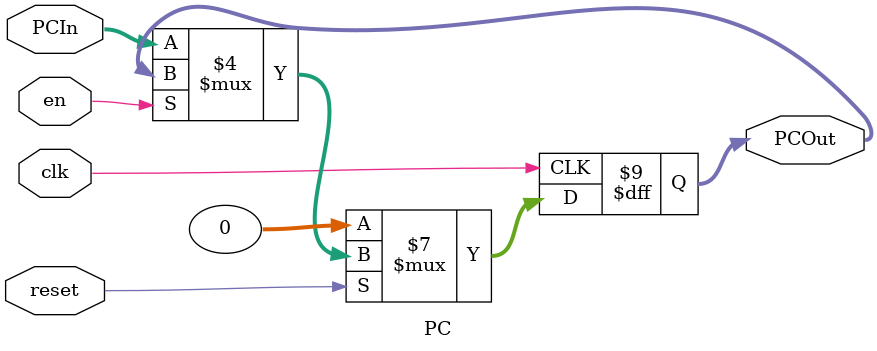
<source format=v>
`timescale 1ns / 1ps
module PC(
	input clk,
	input en,
	input reset,
	input [31:0] PCIn,
	output reg [31:0] PCOut
    );
	always @(posedge clk)
	begin
		if(!reset)
			PCOut<=0;
		else
			begin
				case(en)
					1'b0: PCOut <= PCIn;
					default: PCOut <= PCOut;
				endcase
			end
		
	end


endmodule

</source>
